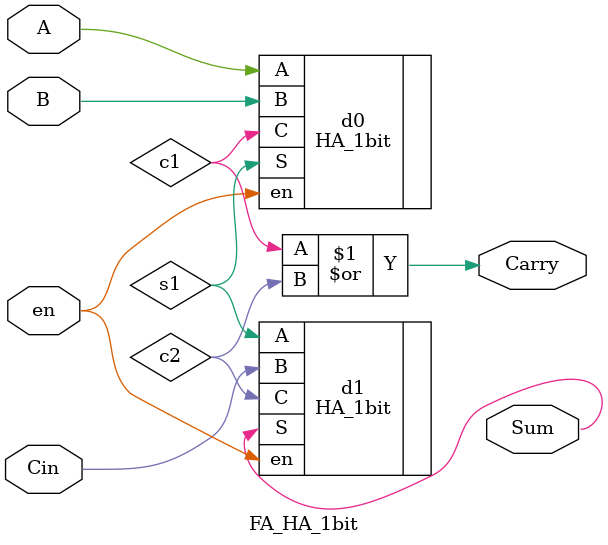
<source format=v>
`timescale 1ns / 1ps

module FA_HA_1bit(
        input en,
        input A, input B, input Cin,
        output Sum, output Carry
    );
    
    wire s1;
    wire c1;
    
    HA_1bit d0 (
        .en(en),
        .A(A),
        .B(B),
        .S(s1),
        .C(c1));
    
    wire c2;

    HA_1bit d1 (
        .en(en),
        .A(s1),
        .B(Cin),
        .S(Sum),
        .C(c2));
    assign Carry = c1 | c2; 
endmodule

</source>
